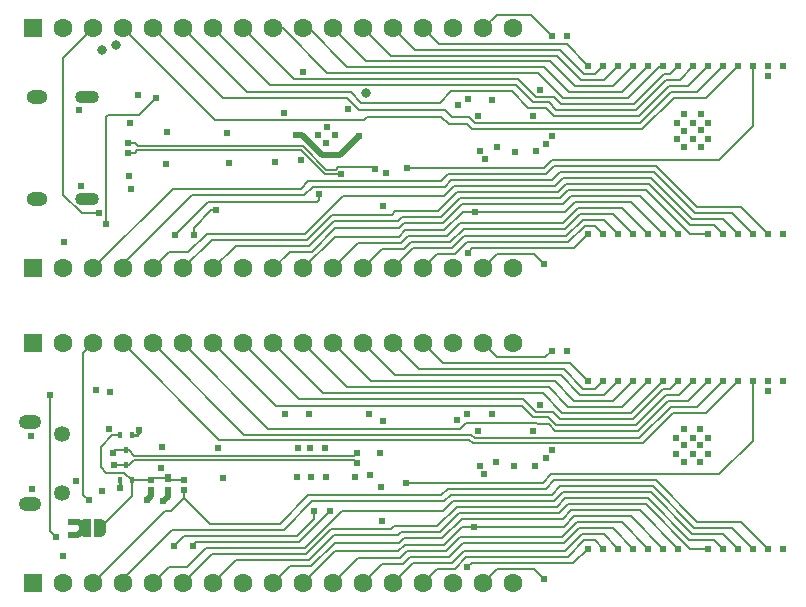
<source format=gbl>
G04 #@! TF.GenerationSoftware,KiCad,Pcbnew,7.0.9*
G04 #@! TF.CreationDate,2024-10-07T22:18:26-04:00*
G04 #@! TF.ProjectId,ESP32_VP,45535033-325f-4565-902e-6b696361645f,rev?*
G04 #@! TF.SameCoordinates,Original*
G04 #@! TF.FileFunction,Copper,L4,Bot*
G04 #@! TF.FilePolarity,Positive*
%FSLAX46Y46*%
G04 Gerber Fmt 4.6, Leading zero omitted, Abs format (unit mm)*
G04 Created by KiCad (PCBNEW 7.0.9) date 2024-10-07 22:18:26*
%MOMM*%
%LPD*%
G01*
G04 APERTURE LIST*
G04 Aperture macros list*
%AMFreePoly0*
4,1,19,0.500000,-0.750000,0.000000,-0.750000,0.000000,-0.744911,-0.071157,-0.744911,-0.207708,-0.704816,-0.327430,-0.627875,-0.420627,-0.520320,-0.479746,-0.390866,-0.500000,-0.250000,-0.500000,0.250000,-0.479746,0.390866,-0.420627,0.520320,-0.327430,0.627875,-0.207708,0.704816,-0.071157,0.744911,0.000000,0.744911,0.000000,0.750000,0.500000,0.750000,0.500000,-0.750000,0.500000,-0.750000,
$1*%
%AMFreePoly1*
4,1,19,0.000000,0.744911,0.071157,0.744911,0.207708,0.704816,0.327430,0.627875,0.420627,0.520320,0.479746,0.390866,0.500000,0.250000,0.500000,-0.250000,0.479746,-0.390866,0.420627,-0.520320,0.327430,-0.627875,0.207708,-0.704816,0.071157,-0.744911,0.000000,-0.744911,0.000000,-0.750000,-0.500000,-0.750000,-0.500000,0.750000,0.000000,0.750000,0.000000,0.744911,0.000000,0.744911,
$1*%
G04 Aperture macros list end*
G04 #@! TA.AperFunction,ComponentPad*
%ADD10R,1.600000X1.600000*%
G04 #@! TD*
G04 #@! TA.AperFunction,ComponentPad*
%ADD11C,1.600000*%
G04 #@! TD*
G04 #@! TA.AperFunction,ComponentPad*
%ADD12O,2.000000X1.100000*%
G04 #@! TD*
G04 #@! TA.AperFunction,ComponentPad*
%ADD13O,1.800000X1.200000*%
G04 #@! TD*
G04 #@! TA.AperFunction,ComponentPad*
%ADD14C,1.350000*%
G04 #@! TD*
G04 #@! TA.AperFunction,ComponentPad*
%ADD15O,1.900000X1.200000*%
G04 #@! TD*
G04 #@! TA.AperFunction,SMDPad,CuDef*
%ADD16R,0.540000X0.570000*%
G04 #@! TD*
G04 #@! TA.AperFunction,SMDPad,CuDef*
%ADD17R,0.540000X0.790000*%
G04 #@! TD*
G04 #@! TA.AperFunction,SMDPad,CuDef*
%ADD18R,0.400000X0.510000*%
G04 #@! TD*
G04 #@! TA.AperFunction,SMDPad,CuDef*
%ADD19FreePoly0,180.000000*%
G04 #@! TD*
G04 #@! TA.AperFunction,SMDPad,CuDef*
%ADD20FreePoly1,180.000000*%
G04 #@! TD*
G04 #@! TA.AperFunction,ViaPad*
%ADD21C,0.609600*%
G04 #@! TD*
G04 #@! TA.AperFunction,ViaPad*
%ADD22C,0.800000*%
G04 #@! TD*
G04 #@! TA.AperFunction,Conductor*
%ADD23C,0.152400*%
G04 #@! TD*
G04 #@! TA.AperFunction,Conductor*
%ADD24C,0.533400*%
G04 #@! TD*
G04 #@! TA.AperFunction,Conductor*
%ADD25C,0.254000*%
G04 #@! TD*
G04 APERTURE END LIST*
D10*
X65074800Y-89052400D03*
D11*
X67614800Y-89052400D03*
X70154800Y-89052400D03*
X72694800Y-89052400D03*
X75234800Y-89052400D03*
X77774800Y-89052400D03*
X80314800Y-89052400D03*
X82854800Y-89052400D03*
X85394800Y-89052400D03*
X87934800Y-89052400D03*
X90474800Y-89052400D03*
X93014800Y-89052400D03*
X95554800Y-89052400D03*
X98094800Y-89052400D03*
X100634800Y-89052400D03*
X103174800Y-89052400D03*
X105714800Y-89052400D03*
D10*
X65074800Y-109372400D03*
D11*
X67614800Y-109372400D03*
X70154800Y-109372400D03*
X72694800Y-109372400D03*
X75234800Y-109372400D03*
X77774800Y-109372400D03*
X80314800Y-109372400D03*
X82854800Y-109372400D03*
X85394800Y-109372400D03*
X87934800Y-109372400D03*
X90474800Y-109372400D03*
X93014800Y-109372400D03*
X95554800Y-109372400D03*
X98094800Y-109372400D03*
X100634800Y-109372400D03*
X103174800Y-109372400D03*
X105714800Y-109372400D03*
D12*
X69597200Y-94841600D03*
D13*
X65387200Y-94841600D03*
D12*
X69597200Y-103481600D03*
D13*
X65387200Y-103481600D03*
D14*
X67527000Y-123357000D03*
X67527000Y-128357000D03*
D15*
X64827000Y-129357000D03*
X64827000Y-122357000D03*
D10*
X65024000Y-115697000D03*
D11*
X67564000Y-115697000D03*
X70104000Y-115697000D03*
X72644000Y-115697000D03*
X75184000Y-115697000D03*
X77724000Y-115697000D03*
X80264000Y-115697000D03*
X82804000Y-115697000D03*
X85344000Y-115697000D03*
X87884000Y-115697000D03*
X90424000Y-115697000D03*
X92964000Y-115697000D03*
X95504000Y-115697000D03*
X98044000Y-115697000D03*
X100584000Y-115697000D03*
X103124000Y-115697000D03*
X105664000Y-115697000D03*
D16*
X77851000Y-128114000D03*
X77851000Y-127254000D03*
D17*
X76454000Y-127134000D03*
X76454000Y-128234000D03*
D18*
X72398000Y-123478000D03*
X73398000Y-123478000D03*
X72898000Y-124778000D03*
D10*
X65024000Y-136017000D03*
D11*
X67564000Y-136017000D03*
X70104000Y-136017000D03*
X72644000Y-136017000D03*
X75184000Y-136017000D03*
X77724000Y-136017000D03*
X80264000Y-136017000D03*
X82804000Y-136017000D03*
X85344000Y-136017000D03*
X87884000Y-136017000D03*
X90424000Y-136017000D03*
X92964000Y-136017000D03*
X95504000Y-136017000D03*
X98044000Y-136017000D03*
X100584000Y-136017000D03*
X103124000Y-136017000D03*
X105664000Y-136017000D03*
D16*
X75057000Y-128114000D03*
X75057000Y-127254000D03*
D19*
X70754000Y-131318000D03*
D20*
X69454000Y-131318000D03*
D18*
X73398000Y-127318000D03*
X72398000Y-127318000D03*
X72898000Y-126018000D03*
D21*
X77089000Y-106527600D03*
X114604800Y-106451400D03*
X89255600Y-103047800D03*
X113334800Y-106451400D03*
X117144800Y-106451400D03*
X118414800Y-106451400D03*
X108331000Y-109016800D03*
X115874800Y-106451400D03*
X80543400Y-104434700D03*
X112064800Y-106451400D03*
X78634800Y-106578400D03*
X101879400Y-108051600D03*
X126034800Y-92227400D03*
X121589800Y-99085400D03*
D22*
X93220991Y-94531473D03*
D21*
X75438000Y-94945200D03*
X70610544Y-104722706D03*
X96697800Y-100863400D03*
X87325200Y-98044000D03*
X120954800Y-97053400D03*
X127304800Y-93116400D03*
X104317800Y-99085400D03*
X103301800Y-100101400D03*
X87763361Y-100222039D03*
X89154000Y-98094800D03*
X69074345Y-102361600D03*
X128574800Y-106451400D03*
X107416600Y-96468700D03*
X101879400Y-95020900D03*
X124764800Y-106451400D03*
X112064800Y-92227400D03*
X118414800Y-92227400D03*
X102920800Y-99466400D03*
X119684800Y-92227400D03*
X107594400Y-99466400D03*
X94945200Y-101270300D03*
X102743000Y-96468700D03*
X120180264Y-97712810D03*
X109017298Y-98195900D03*
X108500371Y-98822006D03*
X121589800Y-96291400D03*
X76327000Y-100507800D03*
X76428600Y-97815400D03*
X110286800Y-89687400D03*
X119557800Y-98450400D03*
X127304800Y-92227400D03*
X91696296Y-95902726D03*
X117144800Y-92227400D03*
X115874800Y-92227400D03*
X94005400Y-100939600D03*
X102463600Y-104597200D03*
X119684800Y-106451400D03*
X122224800Y-106451400D03*
X90652600Y-98094800D03*
X123494800Y-106451400D03*
X126034800Y-106451400D03*
X127304800Y-106451400D03*
X109016800Y-89687400D03*
X113334800Y-92227400D03*
X114604800Y-92227400D03*
X120954800Y-98450400D03*
X81483200Y-97891600D03*
X120954800Y-92252800D03*
X123494800Y-92227400D03*
X124764800Y-92227400D03*
X122224800Y-92227400D03*
X121589800Y-97688400D03*
X73126600Y-98755200D03*
X73126600Y-99593400D03*
X91135200Y-101371901D03*
X71194244Y-105634900D03*
X94665800Y-104126060D03*
X105857800Y-99482400D03*
X92633800Y-98145600D03*
X128574800Y-92227400D03*
D22*
X72110600Y-90500200D03*
D21*
X86334600Y-96189800D03*
X73177400Y-101537200D03*
X73914000Y-94665800D03*
X122224800Y-98450400D03*
X103936800Y-95098100D03*
X119557800Y-97053400D03*
X85521800Y-100406200D03*
X67665600Y-107111800D03*
X81610200Y-100457000D03*
X68935600Y-95961200D03*
X73380600Y-102643200D03*
X73253600Y-97028000D03*
X120192800Y-99085400D03*
X122224800Y-97053400D03*
X101029800Y-95529400D03*
X120192800Y-96342200D03*
D22*
X70891400Y-90881200D03*
D21*
X89916000Y-97383600D03*
X89890600Y-98780600D03*
X87947500Y-92761300D03*
X108000800Y-94259400D03*
X103886000Y-121742700D03*
X101828600Y-121665500D03*
X67614800Y-133756400D03*
X110236000Y-116332000D03*
X94716600Y-122301000D03*
X119507000Y-123698000D03*
X122174000Y-125095000D03*
X120142000Y-125730000D03*
X71602600Y-119837200D03*
X70358000Y-119684800D03*
X72415400Y-127990600D03*
X128524000Y-133096000D03*
X121539000Y-122936000D03*
X121539000Y-125730000D03*
X122174000Y-123698000D03*
X107950000Y-120904000D03*
X74041000Y-123088400D03*
X64922400Y-128016000D03*
X107543600Y-126111000D03*
X70891400Y-128244600D03*
X93590200Y-126847600D03*
X87452200Y-124612400D03*
X86360000Y-121666000D03*
X68720301Y-127381000D03*
X121539000Y-124333000D03*
X102692200Y-123113300D03*
X75844400Y-126237500D03*
X87401400Y-127076200D03*
X100979000Y-122174000D03*
X71482335Y-122957447D03*
X119507000Y-125095000D03*
X88544400Y-127050800D03*
X74676000Y-129006600D03*
X120904000Y-123698000D03*
X120904000Y-125095000D03*
X128524000Y-118872000D03*
X120142000Y-122986800D03*
X107365800Y-123113300D03*
X93472000Y-121666000D03*
X80703579Y-124613351D03*
X75946000Y-124510800D03*
X89814400Y-127050800D03*
X89738200Y-124587000D03*
X64871600Y-123596400D03*
X81153000Y-127127000D03*
X120129464Y-124357410D03*
X92329000Y-127000000D03*
X88519000Y-124561600D03*
X76047600Y-129108200D03*
X94615000Y-130770660D03*
X104267000Y-125730000D03*
X127254000Y-119761000D03*
X108449571Y-125466606D03*
X105807000Y-126127000D03*
X88392000Y-121666000D03*
X103251000Y-126746000D03*
X127254000Y-118872000D03*
X102870000Y-126111000D03*
X108970840Y-124735089D03*
X94488000Y-127914900D03*
X94462600Y-124992900D03*
X68275200Y-130835400D03*
X68275200Y-131953000D03*
X96647000Y-127508000D03*
X69773800Y-129006600D03*
X125984000Y-118872000D03*
X66471800Y-120116600D03*
X66979800Y-132080000D03*
X92456000Y-125856003D03*
X71907400Y-126047500D03*
X71831200Y-124968000D03*
X92456000Y-124992900D03*
X124714000Y-118872000D03*
X123444000Y-118872000D03*
X122174000Y-118872000D03*
X120904000Y-118897400D03*
X119634000Y-118872000D03*
X118364000Y-118872000D03*
X117094000Y-118872000D03*
X115824000Y-118872000D03*
X114554000Y-118872000D03*
X113284000Y-118872000D03*
X112014000Y-118872000D03*
X108966000Y-116332000D03*
X127254000Y-133096000D03*
X125984000Y-133096000D03*
X124714000Y-133096000D03*
X123444000Y-133096000D03*
X122174000Y-133096000D03*
X119634000Y-133096000D03*
X118364000Y-133096000D03*
X102412800Y-131241800D03*
X117094000Y-133096000D03*
X115824000Y-133096000D03*
X114554000Y-133096000D03*
X113284000Y-133096000D03*
X108280200Y-135661400D03*
X76962000Y-132842000D03*
X88823800Y-129920680D03*
X78584000Y-132842000D03*
X90220800Y-129921000D03*
X112014000Y-133096000D03*
X101828600Y-134696200D03*
D23*
X79857600Y-103759000D02*
X89070580Y-103759000D01*
X78634800Y-106578400D02*
X78634800Y-105947000D01*
X77089000Y-106527600D02*
X79857600Y-103759000D01*
X89255600Y-103573980D02*
X89255600Y-103047800D01*
X101879400Y-108051600D02*
X102247599Y-107683401D01*
X102247599Y-107683401D02*
X110832799Y-107683401D01*
X80147100Y-104434700D02*
X80543400Y-104434700D01*
X78634800Y-105947000D02*
X80147100Y-104434700D01*
X89070580Y-103759000D02*
X89255600Y-103573980D01*
X110832799Y-107683401D02*
X112064800Y-106451400D01*
X100559312Y-107683400D02*
X97243800Y-107683400D01*
X104355800Y-108191400D02*
X103174800Y-109372400D01*
X100787200Y-108191400D02*
X99275800Y-108191400D01*
X110160511Y-106667401D02*
X101575310Y-106667402D01*
X113334800Y-106451400D02*
X112649000Y-105765600D01*
X99275800Y-108191400D02*
X98094800Y-109372400D01*
X114604800Y-106451400D02*
X113411001Y-105257601D01*
X111780732Y-105765600D02*
X110370931Y-107175401D01*
X101785731Y-107175401D02*
X100787200Y-108173932D01*
X113411001Y-105257601D02*
X111570311Y-105257601D01*
X108331000Y-109016800D02*
X107505600Y-108191400D01*
X112649000Y-105765600D02*
X111780732Y-105765600D01*
X107505600Y-108191400D02*
X104355800Y-108191400D01*
X97243800Y-107683400D02*
X95554800Y-109372400D01*
X101575310Y-106667402D02*
X100559312Y-107683400D01*
X111570311Y-105257601D02*
X110160511Y-106667401D01*
X110370931Y-107175401D02*
X101785731Y-107175401D01*
X100787200Y-108173932D02*
X100787200Y-108191400D01*
X110939048Y-103733604D02*
X110075452Y-104597200D01*
X96559867Y-106159403D02*
X96038335Y-106680935D01*
X96471070Y-105529780D02*
X96051867Y-105948983D01*
X82245200Y-107442000D02*
X80314800Y-109372400D01*
X110145355Y-102209605D02*
X109459560Y-102895400D01*
X95963070Y-105319360D02*
X90551000Y-105319360D01*
X88428360Y-107442000D02*
X82245200Y-107442000D01*
X110616998Y-103225602D02*
X109931200Y-103911400D01*
X90551000Y-105319360D02*
X88428360Y-107442000D01*
X90340579Y-104811361D02*
X88217940Y-106934000D01*
X96038335Y-106680935D02*
X90626265Y-106680935D01*
X115874800Y-106451400D02*
X114173001Y-104749601D01*
X94631310Y-107755890D02*
X93014800Y-109372400D01*
X118414800Y-106451400D02*
X115697002Y-103733602D01*
X97033379Y-107175401D02*
X96452890Y-107755890D01*
X100063199Y-106667401D02*
X96770288Y-106667402D01*
X122732800Y-105689400D02*
X120657220Y-105689400D01*
X90626265Y-106680935D02*
X87934800Y-109372400D01*
X110075452Y-104597200D02*
X101414980Y-104597200D01*
X110089892Y-106019600D02*
X101504692Y-106019600D01*
X119684800Y-106451400D02*
X116459002Y-103225602D01*
X114173001Y-104749601D02*
X111359890Y-104749602D01*
X96452890Y-107755890D02*
X94631310Y-107755890D01*
X100348892Y-107175400D02*
X97033379Y-107175401D01*
X109931200Y-103911400D02*
X101382360Y-103911400D01*
X86817200Y-107950000D02*
X85394800Y-109372400D01*
X99763980Y-105529780D02*
X96471070Y-105529780D01*
X96260649Y-105021781D02*
X95963070Y-105319360D01*
X99343140Y-104513780D02*
X95699978Y-104513782D01*
X117177425Y-102209605D02*
X110145355Y-102209605D01*
X109669980Y-103403400D02*
X101171939Y-103403401D01*
X115697002Y-103733602D02*
X110939048Y-103733604D01*
X109459560Y-102895400D02*
X100961518Y-102895402D01*
X111359890Y-104749602D02*
X110089892Y-106019600D01*
X101504692Y-106019600D02*
X100348892Y-107175400D01*
X123494800Y-106451400D02*
X122732800Y-105689400D01*
X111149469Y-104241603D02*
X109879472Y-105511600D01*
X117144800Y-106451400D02*
X114935002Y-104241602D01*
X116459002Y-103225602D02*
X110616998Y-103225602D01*
X96189800Y-107247890D02*
X92599310Y-107247890D01*
X114935002Y-104241602D02*
X111149469Y-104241603D01*
X99852779Y-106159401D02*
X96559867Y-106159403D01*
X88638780Y-107950000D02*
X86817200Y-107950000D01*
X96051867Y-105948983D02*
X90639797Y-105948983D01*
X120700800Y-106451400D02*
X116967004Y-102717604D01*
X109879472Y-105511600D02*
X101219000Y-105511600D01*
X101382360Y-103911400D02*
X99763980Y-105529780D01*
X90639797Y-105948983D02*
X88638780Y-107950000D01*
X101414980Y-104597200D02*
X99852779Y-106159401D01*
X122224800Y-106451400D02*
X120700800Y-106451400D01*
X101171939Y-103403401D02*
X99553560Y-105021780D01*
X96770288Y-106667402D02*
X96189800Y-107247890D01*
X101219000Y-105511600D02*
X100063199Y-106667401D01*
X116967004Y-102717604D02*
X110355776Y-102717604D01*
X92599310Y-107247890D02*
X90474800Y-109372400D01*
X110355776Y-102717604D02*
X109669980Y-103403400D01*
X99553560Y-105021780D02*
X96260649Y-105021781D01*
X126034800Y-106451400D02*
X124256800Y-104673400D01*
X108508800Y-101371400D02*
X100203000Y-101371400D01*
X97383600Y-90881200D02*
X95554800Y-89052400D01*
X87980612Y-103200200D02*
X78481332Y-103200200D01*
X121078060Y-104673400D02*
X117598266Y-101193606D01*
X109702594Y-101193606D02*
X109016800Y-101879400D01*
X107238800Y-87909400D02*
X104317800Y-87909400D01*
X109016800Y-89687400D02*
X107238800Y-87909400D01*
X113334800Y-92227400D02*
X112649000Y-92913200D01*
X88717212Y-102463600D02*
X87980612Y-103200200D01*
X99618800Y-101955600D02*
X88366599Y-101955601D01*
X100475180Y-101879400D02*
X99890980Y-102463600D01*
X95402400Y-104811360D02*
X90340579Y-104811361D01*
X99441000Y-90398600D02*
X98094800Y-89052400D01*
X88217940Y-106934000D02*
X80213200Y-106934000D01*
X100961518Y-102895402D02*
X99343140Y-104513780D01*
X95699978Y-104513782D02*
X95402400Y-104811360D01*
X127304800Y-106451400D02*
X125018800Y-104165400D01*
X100685597Y-102387403D02*
X99822000Y-103251000D01*
X76581000Y-108026200D02*
X75234800Y-109372400D01*
X104317800Y-87909400D02*
X103174800Y-89052400D01*
X87706200Y-102616000D02*
X76911200Y-102616000D01*
X109664600Y-90881200D02*
X97383600Y-90881200D01*
X112064800Y-92227400D02*
X110236000Y-90398600D01*
X100203000Y-101371400D02*
X99618800Y-101955600D01*
X117387846Y-101701606D02*
X109934934Y-101701606D01*
X88366599Y-101955601D02*
X87706200Y-102616000D01*
X109249140Y-102387400D02*
X100685597Y-102387403D01*
X111722000Y-92938600D02*
X109664600Y-90881200D01*
X121288480Y-104165400D02*
X117808686Y-100685606D01*
X80213200Y-106934000D02*
X77774800Y-109372400D01*
X120657220Y-105689400D02*
X117177425Y-102209605D01*
X109934934Y-101701606D02*
X109249140Y-102387400D01*
X78155800Y-108026200D02*
X76581000Y-108026200D01*
X123494800Y-105181400D02*
X120867640Y-105181400D01*
X109016800Y-101879400D02*
X100475180Y-101879400D01*
X76911200Y-102616000D02*
X70154800Y-109372400D01*
X112649000Y-92913200D02*
X112384789Y-92913200D01*
X120867640Y-105181400D02*
X117387846Y-101701606D01*
X91266868Y-103251000D02*
X88091868Y-106426000D01*
X110236000Y-90398600D02*
X99441000Y-90398600D01*
X88091868Y-106426000D02*
X79756000Y-106426000D01*
X99822000Y-103251000D02*
X91266868Y-103251000D01*
X72694800Y-108986732D02*
X72694800Y-109372400D01*
X124764800Y-106451400D02*
X123494800Y-105181400D01*
X109194594Y-100685606D02*
X108508800Y-101371400D01*
X117598266Y-101193606D02*
X109702594Y-101193606D01*
X78481332Y-103200200D02*
X72694800Y-108986732D01*
X79756000Y-106426000D02*
X78155800Y-108026200D01*
X124256800Y-104673400D02*
X121078060Y-104673400D01*
X99890980Y-102463600D02*
X88717212Y-102463600D01*
X125018800Y-104165400D02*
X121288480Y-104165400D01*
X117808686Y-100685606D02*
X109194594Y-100685606D01*
X95326200Y-91363800D02*
X93014800Y-89052400D01*
X114604800Y-92227400D02*
X113411001Y-93421199D01*
X113411001Y-93421199D02*
X111442599Y-93421199D01*
X111442599Y-93421199D02*
X109385200Y-91363800D01*
X109385200Y-91363800D02*
X95326200Y-91363800D01*
X101918474Y-96542200D02*
X100479368Y-96542200D01*
X116328264Y-96469196D02*
X109169196Y-96469196D01*
X86207600Y-89052400D02*
X85394800Y-89052400D01*
X122224800Y-92227400D02*
X120523000Y-93929200D01*
X109708175Y-95453195D02*
X109149380Y-94894400D01*
X91600280Y-94966126D02*
X81148526Y-94966126D01*
X108693676Y-95300800D02*
X107391200Y-95300800D01*
X116117840Y-95961200D02*
X109354076Y-95961200D01*
X109354076Y-95961200D02*
X108693676Y-95300800D01*
X120954800Y-92252800D02*
X119786400Y-93421200D01*
X107391200Y-95300800D02*
X105918000Y-93827600D01*
X91948000Y-94462600D02*
X83185000Y-94462600D01*
X83185000Y-94462600D02*
X77774800Y-89052400D01*
X108851800Y-91846400D02*
X93268800Y-91846400D01*
X123494800Y-92227400D02*
X121285000Y-94437200D01*
X110934598Y-93929198D02*
X108851800Y-91846400D01*
X93268800Y-91846400D02*
X90474800Y-89052400D01*
X108318400Y-92329000D02*
X91668600Y-92329000D01*
X118657839Y-93421201D02*
X116117840Y-95961200D01*
X109918596Y-94945196D02*
X107785000Y-92811600D01*
X88392000Y-89052400D02*
X87934800Y-89052400D01*
X118414800Y-92227400D02*
X118160800Y-92227400D01*
X119078680Y-94437200D02*
X116412180Y-97103700D01*
X92620754Y-95986600D02*
X91600280Y-94966126D01*
X115443004Y-94945196D02*
X109918596Y-94945196D01*
X87147400Y-93345000D02*
X82854800Y-89052400D01*
X119786400Y-93421200D02*
X118657839Y-93421201D01*
X109169196Y-96469196D02*
X108482900Y-95782900D01*
X118447420Y-92913200D02*
X115907424Y-95453196D01*
X99923768Y-95986600D02*
X92620754Y-95986600D01*
X118999000Y-92913200D02*
X118447420Y-92913200D01*
X108482900Y-95782900D02*
X106958900Y-95782900D01*
X105562400Y-94386400D02*
X100431600Y-94386400D01*
X91668600Y-92329000D02*
X88392000Y-89052400D01*
X106116532Y-93345000D02*
X87147400Y-93345000D01*
X106958900Y-95782900D02*
X105562400Y-94386400D01*
X92837000Y-95351600D02*
X91948000Y-94462600D01*
X100431600Y-94386400D02*
X99466400Y-95351600D01*
X115907424Y-95453196D02*
X109708175Y-95453195D01*
X119684800Y-92227400D02*
X118999000Y-92913200D01*
X100479368Y-96542200D02*
X99923768Y-95986600D01*
X115874800Y-92227400D02*
X114173001Y-93929199D01*
X120523000Y-93929200D02*
X118868260Y-93929200D01*
X85090000Y-93827600D02*
X80314800Y-89052400D01*
X114173001Y-93929199D02*
X110934598Y-93929198D01*
X114935003Y-94437197D02*
X110426597Y-94437197D01*
X117144800Y-92227400D02*
X114935003Y-94437197D01*
X99466400Y-95351600D02*
X92837000Y-95351600D01*
X118868260Y-93929200D02*
X116328264Y-96469196D01*
X110426597Y-94437197D02*
X108318400Y-92329000D01*
X105918000Y-93827600D02*
X85090000Y-93827600D01*
X118160800Y-92227400D02*
X115443004Y-94945196D01*
X107785000Y-92811600D02*
X89966800Y-92811600D01*
X107665932Y-94894400D02*
X106116532Y-93345000D01*
X89966800Y-92811600D02*
X86207600Y-89052400D01*
X102479974Y-97103700D02*
X101918474Y-96542200D01*
X81148526Y-94966126D02*
X75234800Y-89052400D01*
X109149380Y-94894400D02*
X107665932Y-94894400D01*
X89885995Y-101016301D02*
X90664616Y-101016301D01*
X91135200Y-101371901D02*
X89738701Y-101371901D01*
X91135200Y-101371901D02*
X91018831Y-101488270D01*
X89738701Y-101371901D02*
X87731600Y-99364800D01*
X99618800Y-96520000D02*
X93355052Y-96520000D01*
X101752400Y-97129600D02*
X100228400Y-97129600D01*
X100228400Y-97129600D02*
X99618800Y-96520000D01*
X119289100Y-94945200D02*
X116622100Y-97612200D01*
X90893216Y-100787701D02*
X93853501Y-100787701D01*
X73914000Y-99009200D02*
X87878894Y-99009200D01*
X87731600Y-99364800D02*
X73888600Y-99364800D01*
X90664616Y-101016301D02*
X90893216Y-100787701D01*
X102235000Y-97612200D02*
X101752400Y-97129600D01*
X80416400Y-96774000D02*
X72694800Y-89052400D01*
X122047000Y-94945200D02*
X119289100Y-94945200D01*
X121285000Y-94437200D02*
X119078680Y-94437200D01*
X73660000Y-99593400D02*
X73126600Y-99593400D01*
X124764800Y-92227400D02*
X122047000Y-94945200D01*
X93101052Y-96774000D02*
X80416400Y-96774000D01*
X93355052Y-96520000D02*
X93101052Y-96774000D01*
X116412180Y-97103700D02*
X102479974Y-97103700D01*
X116622100Y-97612200D02*
X102235000Y-97612200D01*
X73126600Y-98755200D02*
X73660000Y-98755200D01*
X73888600Y-99364800D02*
X73660000Y-99593400D01*
X91018831Y-101488270D02*
X90942130Y-101488270D01*
X93853501Y-100787701D02*
X94005400Y-100939600D01*
X87878894Y-99009200D02*
X89885995Y-101016301D01*
X73660000Y-98755200D02*
X73914000Y-99009200D01*
X108984174Y-100177606D02*
X123164594Y-100177606D01*
X126034800Y-97307400D02*
X126034800Y-92227400D01*
D24*
X89540196Y-99745800D02*
X87838396Y-98044000D01*
X91033600Y-99745800D02*
X89540196Y-99745800D01*
X87838396Y-98044000D02*
X87325200Y-98044000D01*
D23*
X71194244Y-96563897D02*
X71387341Y-96370800D01*
D24*
X92633800Y-98145600D02*
X91033600Y-99745800D01*
D23*
X67614800Y-103149400D02*
X67614800Y-91592400D01*
X70610544Y-104722706D02*
X69188106Y-104722706D01*
X67614800Y-91592400D02*
X70154800Y-89052400D01*
X108298380Y-100863400D02*
X108984174Y-100177606D01*
X74012400Y-96370800D02*
X75438000Y-94945200D01*
X71387341Y-96370800D02*
X74012400Y-96370800D01*
X71194244Y-105634900D02*
X71194244Y-96563897D01*
X123164594Y-100177606D02*
X126034800Y-97307400D01*
X69188106Y-104722706D02*
X67614800Y-103149400D01*
X96697800Y-100863400D02*
X108298380Y-100863400D01*
X112384789Y-92913200D02*
X112359389Y-92938600D01*
X112359389Y-92938600D02*
X111722000Y-92938600D01*
D25*
X73829200Y-123478000D02*
X74041000Y-123266200D01*
X74041000Y-123266200D02*
X74041000Y-123088400D01*
X72398000Y-127318000D02*
X72398000Y-127973200D01*
D24*
X75057000Y-128114000D02*
X75057000Y-128625600D01*
X76454000Y-128701800D02*
X76047600Y-129108200D01*
X75057000Y-128625600D02*
X74676000Y-129006600D01*
X76454000Y-128234000D02*
X76454000Y-128701800D01*
D25*
X72398000Y-127973200D02*
X72415400Y-127990600D01*
X73398000Y-123478000D02*
X73829200Y-123478000D01*
D24*
X68275200Y-131953000D02*
X68819000Y-131953000D01*
D23*
X68275200Y-130835400D02*
X68300600Y-130835400D01*
D24*
X68971400Y-130835400D02*
X69454000Y-131318000D01*
X68275200Y-130835400D02*
X68971400Y-130835400D01*
X68819000Y-131953000D02*
X69454000Y-131318000D01*
D23*
X75177000Y-127134000D02*
X75057000Y-127254000D01*
X70764400Y-124460000D02*
X71746400Y-123478000D01*
X73398000Y-128674000D02*
X73398000Y-127318000D01*
X76574000Y-127254000D02*
X76454000Y-127134000D01*
X71746400Y-123478000D02*
X72398000Y-123478000D01*
X73398000Y-127318000D02*
X72762000Y-126682000D01*
X70754000Y-131318000D02*
X73398000Y-128674000D01*
X73462000Y-127254000D02*
X73398000Y-127318000D01*
X76454000Y-127134000D02*
X75177000Y-127134000D01*
X71233800Y-126682000D02*
X70764400Y-126212600D01*
X72762000Y-126682000D02*
X71233800Y-126682000D01*
X75057000Y-127254000D02*
X73462000Y-127254000D01*
X70764400Y-126212600D02*
X70764400Y-124460000D01*
X77851000Y-127254000D02*
X76574000Y-127254000D01*
X69773800Y-129006600D02*
X69304001Y-128536801D01*
X108247580Y-127508000D02*
X108933374Y-126822206D01*
X69304001Y-116496999D02*
X70104000Y-115697000D01*
X125984000Y-123952000D02*
X125984000Y-118872000D01*
X108933374Y-126822206D02*
X123113794Y-126822206D01*
X96647000Y-127508000D02*
X108247580Y-127508000D01*
X123113794Y-126822206D02*
X125984000Y-123952000D01*
X69304001Y-128536801D02*
X69304001Y-116496999D01*
X66471800Y-120116600D02*
X66471800Y-131572000D01*
X66471800Y-131572000D02*
X66979800Y-132080000D01*
X73609200Y-125603000D02*
X92202997Y-125603000D01*
X71907400Y-126047500D02*
X72868500Y-126047500D01*
X72898000Y-126018000D02*
X73194200Y-126018000D01*
X72868500Y-126047500D02*
X72898000Y-126018000D01*
X73194200Y-126018000D02*
X73609200Y-125603000D01*
X71936900Y-126018000D02*
X71907400Y-126047500D01*
X92202997Y-125603000D02*
X92456000Y-125856003D01*
X73634600Y-125247400D02*
X92201500Y-125247400D01*
X72898000Y-124778000D02*
X72021200Y-124778000D01*
X92201500Y-125247400D02*
X92456000Y-124992900D01*
X72898000Y-124778000D02*
X73165200Y-124778000D01*
X72021200Y-124778000D02*
X71831200Y-124968000D01*
X73165200Y-124778000D02*
X73634600Y-125247400D01*
X92431100Y-124968000D02*
X92456000Y-124992900D01*
X121996200Y-121589800D02*
X119238300Y-121589800D01*
X102260838Y-124154700D02*
X101981938Y-123875800D01*
X101981938Y-123875800D02*
X80822800Y-123875800D01*
X119238300Y-121589800D02*
X116673400Y-124154700D01*
X124714000Y-118872000D02*
X121996200Y-121589800D01*
X116673400Y-124154700D02*
X102260838Y-124154700D01*
X80822800Y-123875800D02*
X72644000Y-115697000D01*
X121234200Y-121081800D02*
X119027880Y-121081800D01*
X123444000Y-118872000D02*
X121234200Y-121081800D01*
X82931000Y-123444000D02*
X75184000Y-115697000D01*
X102124874Y-123444000D02*
X82931000Y-123444000D01*
X116361380Y-123748300D02*
X102429174Y-123748300D01*
X102429174Y-123748300D02*
X102124874Y-123444000D01*
X119027880Y-121081800D02*
X116361380Y-123748300D01*
X122174000Y-118872000D02*
X120472200Y-120573800D01*
X101186368Y-122936500D02*
X84963500Y-122936500D01*
X84963500Y-122936500D02*
X77724000Y-115697000D01*
X108703140Y-122580400D02*
X107802768Y-122580400D01*
X120472200Y-120573800D02*
X118817460Y-120573800D01*
X118817460Y-120573800D02*
X116277464Y-123113796D01*
X116277464Y-123113796D02*
X109236533Y-123113793D01*
X101695368Y-122427500D02*
X101186368Y-122936500D01*
X109236533Y-123113793D02*
X108703140Y-122580400D01*
X107802768Y-122580400D02*
X107649868Y-122427500D01*
X107649868Y-122427500D02*
X101695368Y-122427500D01*
X120904000Y-118897400D02*
X119735600Y-120065800D01*
X118607039Y-120065801D02*
X116067040Y-122605800D01*
X85598000Y-121031000D02*
X80264000Y-115697000D01*
X116067040Y-122605800D02*
X109303276Y-122605800D01*
X108642876Y-121945400D02*
X107340400Y-121945400D01*
X106426000Y-121031000D02*
X85598000Y-121031000D01*
X109303276Y-122605800D02*
X108642876Y-121945400D01*
X107340400Y-121945400D02*
X106426000Y-121031000D01*
X119735600Y-120065800D02*
X118607039Y-120065801D01*
X118396620Y-119557800D02*
X115856624Y-122097796D01*
X87540999Y-120433999D02*
X82804000Y-115697000D01*
X115856624Y-122097796D02*
X109657375Y-122097795D01*
X109657375Y-122097795D02*
X109098580Y-121539000D01*
X118948200Y-119557800D02*
X118396620Y-119557800D01*
X109098580Y-121539000D02*
X107615132Y-121539000D01*
X106510131Y-120433999D02*
X87540999Y-120433999D01*
X119634000Y-118872000D02*
X118948200Y-119557800D01*
X107615132Y-121539000D02*
X106510131Y-120433999D01*
X108204000Y-119926000D02*
X89573000Y-119926000D01*
X115646204Y-121589796D02*
X109867796Y-121589796D01*
X109867796Y-121589796D02*
X108204000Y-119926000D01*
X118364000Y-118872000D02*
X115646204Y-121589796D01*
X89573000Y-119926000D02*
X85344000Y-115697000D01*
X108712000Y-119418000D02*
X91605000Y-119418000D01*
X110375797Y-121081797D02*
X108712000Y-119418000D01*
X114884203Y-121081797D02*
X110375797Y-121081797D01*
X117094000Y-118872000D02*
X114884203Y-121081797D01*
X91605000Y-119418000D02*
X87884000Y-115697000D01*
X114122201Y-120573799D02*
X110883798Y-120573798D01*
X110883798Y-120573798D02*
X109220000Y-118910000D01*
X109220000Y-118910000D02*
X93637000Y-118910000D01*
X93637000Y-118910000D02*
X90424000Y-115697000D01*
X115824000Y-118872000D02*
X114122201Y-120573799D01*
X109728000Y-118402000D02*
X95668999Y-118401999D01*
X111391799Y-120065799D02*
X109728000Y-118402000D01*
X114554000Y-118872000D02*
X113360201Y-120065799D01*
X95668999Y-118401999D02*
X92964000Y-115697000D01*
X113360201Y-120065799D02*
X111391799Y-120065799D01*
X111645800Y-119557800D02*
X109982000Y-117894000D01*
X97701000Y-117894000D02*
X95504000Y-115697000D01*
X109982000Y-117894000D02*
X97701000Y-117894000D01*
X113284000Y-118872000D02*
X112598200Y-119557800D01*
X112598200Y-119557800D02*
X111645800Y-119557800D01*
X112014000Y-118872000D02*
X110528000Y-117386000D01*
X110528000Y-117386000D02*
X99733000Y-117386000D01*
X99733000Y-117386000D02*
X98044000Y-115697000D01*
X108966000Y-116332000D02*
X108420000Y-116878000D01*
X104305000Y-116878000D02*
X103124000Y-115697000D01*
X108420000Y-116878000D02*
X104305000Y-116878000D01*
X77851000Y-128778000D02*
X77851000Y-128114000D01*
X76200000Y-129921000D02*
X76708000Y-129921000D01*
X99568000Y-128600200D02*
X88315799Y-128600201D01*
X117757886Y-127330206D02*
X109143794Y-127330206D01*
X88315799Y-128600201D02*
X85928200Y-130987800D01*
X127254000Y-133096000D02*
X124968000Y-130810000D01*
X76708000Y-129921000D02*
X77851000Y-128778000D01*
X124968000Y-130810000D02*
X121237680Y-130810000D01*
X108458000Y-128016000D02*
X100152200Y-128016000D01*
X70104000Y-136017000D02*
X76200000Y-129921000D01*
X109143794Y-127330206D02*
X108458000Y-128016000D01*
X80060800Y-130987800D02*
X77851000Y-128778000D01*
X85928200Y-130987800D02*
X80060800Y-130987800D01*
X100152200Y-128016000D02*
X99568000Y-128600200D01*
X121237680Y-130810000D02*
X117757886Y-127330206D01*
X100424380Y-128524000D02*
X99840180Y-129108200D01*
X121027260Y-131318000D02*
X117547466Y-127838206D01*
X124206000Y-131318000D02*
X121027260Y-131318000D01*
X76779532Y-131495800D02*
X72644000Y-135631332D01*
X125984000Y-133096000D02*
X124206000Y-131318000D01*
X72644000Y-135631332D02*
X72644000Y-136017000D01*
X109651794Y-127838206D02*
X108966000Y-128524000D01*
X99840180Y-129108200D02*
X88666412Y-129108200D01*
X86278812Y-131495800D02*
X76779532Y-131495800D01*
X117547466Y-127838206D02*
X109651794Y-127838206D01*
X108966000Y-128524000D02*
X100424380Y-128524000D01*
X88666412Y-129108200D02*
X86278812Y-131495800D01*
X76530200Y-134670800D02*
X75184000Y-136017000D01*
X109198340Y-129032000D02*
X100634797Y-129032003D01*
X88041068Y-133070600D02*
X79705200Y-133070600D01*
X78105000Y-134670800D02*
X76530200Y-134670800D01*
X124714000Y-133096000D02*
X123444000Y-131826000D01*
X91216068Y-129895600D02*
X88041068Y-133070600D01*
X120816840Y-131826000D02*
X117337046Y-128346206D01*
X100634797Y-129032003D02*
X99771200Y-129895600D01*
X99771200Y-129895600D02*
X91216068Y-129895600D01*
X109884134Y-128346206D02*
X109198340Y-129032000D01*
X79705200Y-133070600D02*
X78105000Y-134670800D01*
X123444000Y-131826000D02*
X120816840Y-131826000D01*
X117337046Y-128346206D02*
X109884134Y-128346206D01*
X90289779Y-131455961D02*
X88167140Y-133578600D01*
X109408760Y-129540000D02*
X100910718Y-129540002D01*
X117126625Y-128854205D02*
X110094555Y-128854205D01*
X123444000Y-133096000D02*
X122682000Y-132334000D01*
X110094555Y-128854205D02*
X109408760Y-129540000D01*
X120606420Y-132334000D02*
X117126625Y-128854205D01*
X95351600Y-131455960D02*
X90289779Y-131455961D01*
X122682000Y-132334000D02*
X120606420Y-132334000D01*
X95649178Y-131158382D02*
X95351600Y-131455960D01*
X100910718Y-129540002D02*
X99292340Y-131158380D01*
X88167140Y-133578600D02*
X80162400Y-133578600D01*
X99292340Y-131158380D02*
X95649178Y-131158382D01*
X80162400Y-133578600D02*
X77724000Y-136017000D01*
X99502760Y-131666380D02*
X96209849Y-131666381D01*
X88377560Y-134086600D02*
X82194400Y-134086600D01*
X82194400Y-134086600D02*
X80264000Y-136017000D01*
X120650000Y-133096000D02*
X116916204Y-129362204D01*
X116916204Y-129362204D02*
X110304976Y-129362204D01*
X101121139Y-130048001D02*
X99502760Y-131666380D01*
X90500200Y-131963960D02*
X88377560Y-134086600D01*
X110304976Y-129362204D02*
X109619180Y-130048000D01*
X122174000Y-133096000D02*
X120650000Y-133096000D01*
X95912270Y-131963960D02*
X90500200Y-131963960D01*
X96209849Y-131666381D02*
X95912270Y-131963960D01*
X109619180Y-130048000D02*
X101121139Y-130048001D01*
X119634000Y-133096000D02*
X116408202Y-129870202D01*
X110566198Y-129870202D02*
X109880400Y-130556000D01*
X88587980Y-134594600D02*
X86766400Y-134594600D01*
X116408202Y-129870202D02*
X110566198Y-129870202D01*
X86766400Y-134594600D02*
X85344000Y-136017000D01*
X96001067Y-132593583D02*
X90588997Y-132593583D01*
X96420270Y-132174380D02*
X96001067Y-132593583D01*
X109880400Y-130556000D02*
X101331560Y-130556000D01*
X101331560Y-130556000D02*
X99713180Y-132174380D01*
X90588997Y-132593583D02*
X88587980Y-134594600D01*
X99713180Y-132174380D02*
X96420270Y-132174380D01*
X110024652Y-131241800D02*
X101364180Y-131241800D01*
X115646202Y-130378202D02*
X110888248Y-130378204D01*
X101364180Y-131241800D02*
X99801979Y-132804001D01*
X96509067Y-132804003D02*
X95987535Y-133325535D01*
X99801979Y-132804001D02*
X96509067Y-132804003D01*
X110888248Y-130378204D02*
X110024652Y-131241800D01*
X118364000Y-133096000D02*
X115646202Y-130378202D01*
X95987535Y-133325535D02*
X90575465Y-133325535D01*
X90575465Y-133325535D02*
X87884000Y-136017000D01*
X100012399Y-133312001D02*
X96719488Y-133312002D01*
X101168200Y-132156200D02*
X100012399Y-133312001D01*
X109828672Y-132156200D02*
X101168200Y-132156200D01*
X92548510Y-133892490D02*
X90424000Y-136017000D01*
X117094000Y-133096000D02*
X114884202Y-130886202D01*
X96139000Y-133892490D02*
X92548510Y-133892490D01*
X114884202Y-130886202D02*
X111098669Y-130886203D01*
X96719488Y-133312002D02*
X96139000Y-133892490D01*
X111098669Y-130886203D02*
X109828672Y-132156200D01*
X96982579Y-133820001D02*
X96402090Y-134400490D01*
X115824000Y-133096000D02*
X114122201Y-131394201D01*
X114122201Y-131394201D02*
X111309090Y-131394202D01*
X101453892Y-132664200D02*
X100298092Y-133820000D01*
X94580510Y-134400490D02*
X92964000Y-136017000D01*
X100298092Y-133820000D02*
X96982579Y-133820001D01*
X111309090Y-131394202D02*
X110039092Y-132664200D01*
X96402090Y-134400490D02*
X94580510Y-134400490D01*
X110039092Y-132664200D02*
X101453892Y-132664200D01*
X100508512Y-134328000D02*
X97193000Y-134328000D01*
X114554000Y-133096000D02*
X113360201Y-131902201D01*
X111519511Y-131902201D02*
X110109711Y-133312001D01*
X110109711Y-133312001D02*
X101524510Y-133312002D01*
X97193000Y-134328000D02*
X95504000Y-136017000D01*
X101524510Y-133312002D02*
X100508512Y-134328000D01*
X113360201Y-131902201D02*
X111519511Y-131902201D01*
X113284000Y-133096000D02*
X112598200Y-132410200D01*
X112598200Y-132410200D02*
X111729932Y-132410200D01*
X100736400Y-134836000D02*
X99225000Y-134836000D01*
X101734931Y-133820001D02*
X100736400Y-134818532D01*
X110320131Y-133820001D02*
X101734931Y-133820001D01*
X99225000Y-134836000D02*
X98044000Y-136017000D01*
X111729932Y-132410200D02*
X110320131Y-133820001D01*
X100736400Y-134818532D02*
X100736400Y-134836000D01*
X104305000Y-134836000D02*
X103124000Y-136017000D01*
X107454800Y-134836000D02*
X104305000Y-134836000D01*
X108280200Y-135661400D02*
X107454800Y-134836000D01*
X87419580Y-132003800D02*
X88823800Y-130599580D01*
X77800200Y-132003800D02*
X87419580Y-132003800D01*
X88823800Y-130599580D02*
X88823800Y-129920680D01*
X76962000Y-132842000D02*
X77800200Y-132003800D01*
X78863400Y-132562600D02*
X87579200Y-132562600D01*
X78584000Y-132842000D02*
X78863400Y-132562600D01*
X87579200Y-132562600D02*
X90220800Y-129921000D01*
X110781999Y-134328001D02*
X112014000Y-133096000D01*
X101828600Y-134696200D02*
X102196799Y-134328001D01*
X102196799Y-134328001D02*
X110781999Y-134328001D01*
M02*

</source>
